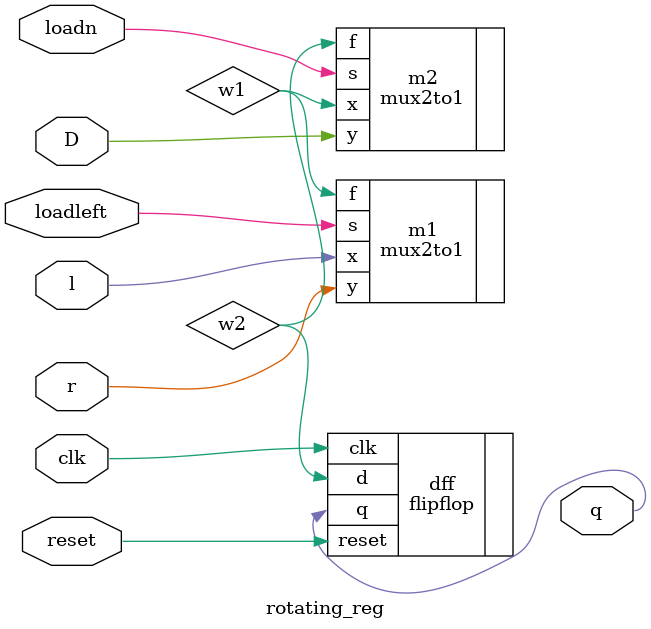
<source format=v>
`timescale 1ns / 1ns

module main	(
	input wire CLOCK_50,            //On Board 50 MHz
	input wire [9:0] SW,            // On board Switches
	input wire [3:0] KEY,           // On board push buttons
	output wire [6:0] HEX0,         // HEX displays
	output wire [6:0] HEX1,
	output wire [6:0] HEX2,
	output wire [6:0] HEX3,
	output wire [6:0] HEX4,
	output wire [6:0] HEX5,
	output wire [9:0] LEDR,         // LEDs
	output wire [7:0] x,            // VGA pixel coordinates
	output wire [6:0] y,
	output wire [2:0] colour,       // VGA pixel colour (0-7)
	output wire plot,               // Pixel drawn when this is pulsed
	output wire vga_resetn          // VGA resets to black when this is pulsed (NOT CURRENTLY AVAILABLE)
);

	part3 p3(
			.SW(SW[9:0]),
			.KEY(~KEY[3:0]),
			.LEDR(LEDR[9:0])
      );
endmodule

module part3(input[9:0] SW,input[3:0] KEY,output[9:0] LEDR);
  rotating_reg_8bit rr8bit(KEY[0],SW[9],KEY[1],KEY[2],KEY[3],SW[7:0],LEDR[7:0]);
endmodule

module rotating_reg_8bit(input clk,reset,parallelLoadn,RotateRight,ASRight,input[7:0] Data_In,output[7:0] Q);
	//add another mux here for ASRight
	wire data_left;
	mux2to1 m1(.x(Q[7]),.y(Q[0]),.s(ASRight),.f(data_left));
  rotating_reg r1(.r(Q[7]),.l(Q[1]),.loadleft(RotateRight),.D(Data_In[0]),.loadn(parallelLoadn),.clk(clk),.reset(reset),.q(Q[0]));
  rotating_reg r2(.r(Q[0]),.l(Q[2]),.loadleft(RotateRight),.D(Data_In[1]),.loadn(parallelLoadn),.clk(clk),.reset(reset),.q(Q[1]));
  rotating_reg r3(.r(Q[1]),.l(Q[3]),.loadleft(RotateRight),.D(Data_In[2]),.loadn(parallelLoadn),.clk(clk),.reset(reset),.q(Q[2]));
  rotating_reg r4(.r(Q[2]),.l(Q[4]),.loadleft(RotateRight),.D(Data_In[3]),.loadn(parallelLoadn),.clk(clk),.reset(reset),.q(Q[3]));
  rotating_reg r5(.r(Q[3]),.l(Q[5]),.loadleft(RotateRight),.D(Data_In[4]),.loadn(parallelLoadn),.clk(clk),.reset(reset),.q(Q[4]));
  rotating_reg r6(.r(Q[4]),.l(Q[6]),.loadleft(RotateRight),.D(Data_In[5]),.loadn(parallelLoadn),.clk(clk),.reset(reset),.q(Q[5]));
  rotating_reg r7(.r(Q[5]),.l(Q[7]),.loadleft(RotateRight),.D(Data_In[6]),.loadn(parallelLoadn),.clk(clk),.reset(reset),.q(Q[6]));
  rotating_reg r8(.r(Q[6]),.l(data_left),.loadleft(RotateRight),.D(Data_In[7]),.loadn(parallelLoadn),.clk(clk),.reset(reset),.q(Q[7]));
endmodule

module rotating_reg(input r, l, loadleft, D, loadn, clk, reset, output q);
  wire w1,w2;
  mux2to1 m1(.x(l),.y(r),.s(loadleft),.f(w1));
  mux2to1 m2(.x(w1),.y(D),.s(loadn),.f(w2));
  flipflop dff(.d(w2),.clk(clk),.reset(reset),.q(q));
endmodule

</source>
